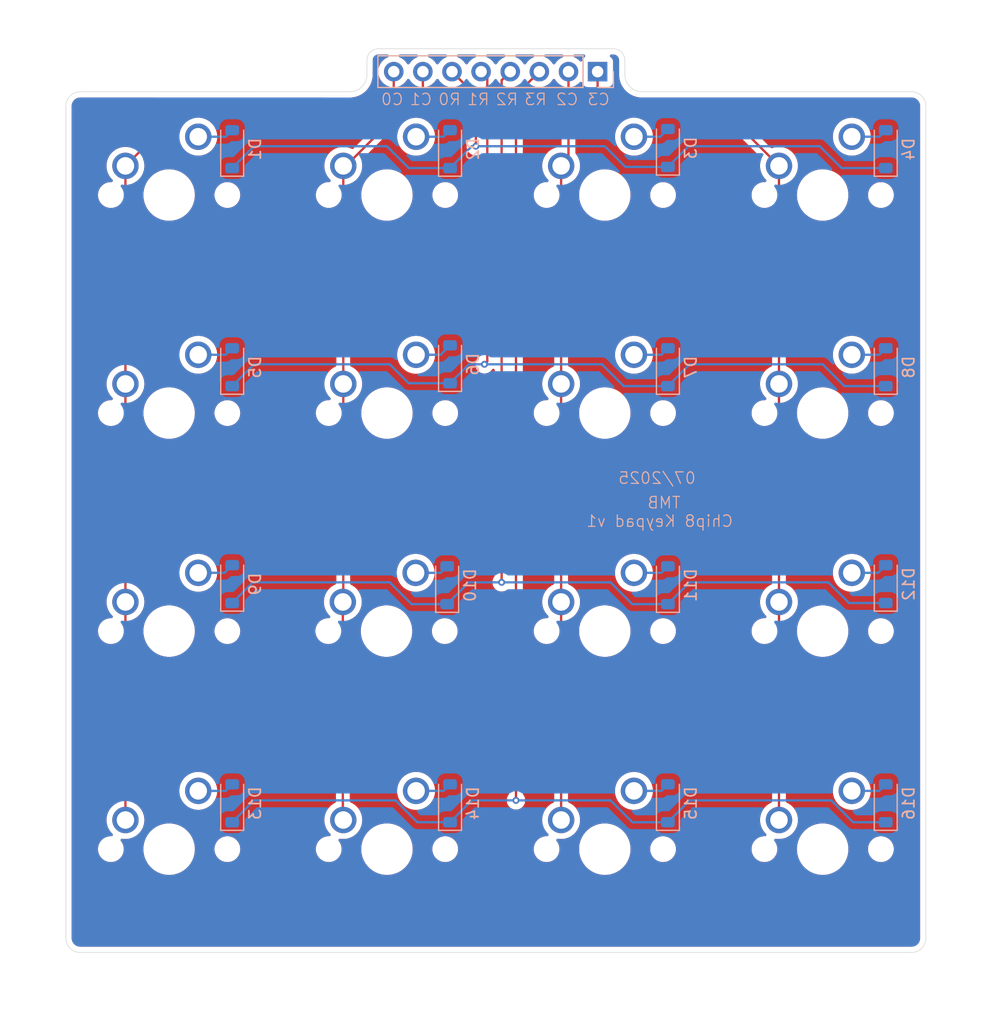
<source format=kicad_pcb>
(kicad_pcb (version 20241229) (generator "pcbnew") (generator_version "9.0")
  (layers (0 "F.Cu" signal) (2 "B.Cu" signal) (13 "F.Paste" user) (15 "B.Paste" user) (5 "F.SilkS" user "F.Silkscreen") (7 "B.SilkS" user "B.Silkscreen") (1 "F.Mask" user) (3 "B.Mask" user) (25 "Edge.Cuts" user))
  (net 0 "")
  (net 1 "Net-(D1-A)")
  (net 2 "Net-(D2-A)")
  (net 3 "Net-(D3-A)")
  (net 4 "Net-(D4-A)")
  (net 5 "Net-(D5-A)")
  (net 6 "Net-(D6-A)")
  (net 7 "Net-(D7-A)")
  (net 8 "Net-(D8-A)")
  (net 9 "Net-(D9-A)")
  (net 10 "ROW0")
  (net 11 "Net-(D10-A)")
  (net 12 "Net-(D11-A)")
  (net 13 "Net-(D12-A)")
  (net 14 "Net-(D13-A)")
  (net 15 "Net-(D14-A)")
  (net 16 "Net-(D15-A)")
  (net 17 "Net-(D16-A)")
  (net 18 "ROW1")
  (net 19 "ROW2")
  (net 20 "ROW3")
  (net 21 "COL2")
  (net 22 "COL3")
  (net 23 "COL1")
  (net 24 "COL0")
  (footprint "PCM_marbastlib-mx:SW_MX_1u" (layer "F.Cu") (at 116.75 70.75)
    (property "Reference" "MX7" (hide yes))
    (property "Value" "MX_SW_solder")
    (pad "" np_thru_hole circle (at -5.08 0) (size 1.75 1.75) (drill 1.75) (layers "*.Cu" "*.Mask"))
    (pad "" np_thru_hole circle (at 0 0) (size 3.9878 3.9878) (drill 3.9878) (layers "*.Cu" "*.Mask"))
    (pad "" np_thru_hole circle (at 5.08 0) (size 1.75 1.75) (drill 1.75) (layers "*.Cu" "*.Mask"))
    (pad "1" thru_hole circle (at -3.81 -2.54) (size 2.3 2.3) (drill 1.524) (layers "*.Cu" "B.Mask") (net 21 "COL2"))
    (pad "2" thru_hole circle (at 2.54 -5.08) (size 2.3 2.3) (drill 1.524) (layers "*.Cu" "B.Mask") (net 7 "Net-(D7-A)"))
  )
  (footprint "PCM_marbastlib-mx:SW_MX_1u" (layer "F.Cu") (at 135.75 108.75)
    (property "Reference" "MX16" (hide yes))
    (property "Value" "MX_SW_solder")
    (pad "" np_thru_hole circle (at -5.08 0) (size 1.75 1.75) (drill 1.75) (layers "*.Cu" "*.Mask"))
    (pad "" np_thru_hole circle (at 0 0) (size 3.9878 3.9878) (drill 3.9878) (layers "*.Cu" "*.Mask"))
    (pad "" np_thru_hole circle (at 5.08 0) (size 1.75 1.75) (drill 1.75) (layers "*.Cu" "*.Mask"))
    (pad "1" thru_hole circle (at -3.81 -2.54) (size 2.3 2.3) (drill 1.524) (layers "*.Cu" "B.Mask") (net 22 "COL3"))
    (pad "2" thru_hole circle (at 2.54 -5.08) (size 2.3 2.3) (drill 1.524) (layers "*.Cu" "B.Mask") (net 17 "Net-(D16-A)"))
  )
  (footprint "PCM_marbastlib-mx:SW_MX_1u" (layer "F.Cu") (at 78.75 108.75)
    (property "Reference" "MX13" (hide yes))
    (property "Value" "MX_SW_solder")
    (pad "" np_thru_hole circle (at -5.08 0) (size 1.75 1.75) (drill 1.75) (layers "*.Cu" "*.Mask"))
    (pad "" np_thru_hole circle (at 0 0) (size 3.9878 3.9878) (drill 3.9878) (layers "*.Cu" "*.Mask"))
    (pad "" np_thru_hole circle (at 5.08 0) (size 1.75 1.75) (drill 1.75) (layers "*.Cu" "*.Mask"))
    (pad "1" thru_hole circle (at -3.81 -2.54) (size 2.3 2.3) (drill 1.524) (layers "*.Cu" "B.Mask") (net 24 "COL0"))
    (pad "2" thru_hole circle (at 2.54 -5.08) (size 2.3 2.3) (drill 1.524) (layers "*.Cu" "B.Mask") (net 14 "Net-(D13-A)"))
  )
  (footprint "PCM_marbastlib-mx:SW_MX_1u" (layer "F.Cu") (at 116.75 89.75)
    (property "Reference" "MX11" (hide yes))
    (property "Value" "MX_SW_solder")
    (pad "" np_thru_hole circle (at -5.08 0) (size 1.75 1.75) (drill 1.75) (layers "*.Cu" "*.Mask"))
    (pad "" np_thru_hole circle (at 0 0) (size 3.9878 3.9878) (drill 3.9878) (layers "*.Cu" "*.Mask"))
    (pad "" np_thru_hole circle (at 5.08 0) (size 1.75 1.75) (drill 1.75) (layers "*.Cu" "*.Mask"))
    (pad "1" thru_hole circle (at -3.81 -2.54) (size 2.3 2.3) (drill 1.524) (layers "*.Cu" "B.Mask") (net 21 "COL2"))
    (pad "2" thru_hole circle (at 2.54 -5.08) (size 2.3 2.3) (drill 1.524) (layers "*.Cu" "B.Mask") (net 12 "Net-(D11-A)"))
  )
  (footprint "PCM_marbastlib-mx:SW_MX_1u" (layer "F.Cu") (at 116.75 108.75)
    (property "Reference" "MX15" (hide yes))
    (property "Value" "MX_SW_solder")
    (pad "" np_thru_hole circle (at -5.08 0) (size 1.75 1.75) (drill 1.75) (layers "*.Cu" "*.Mask"))
    (pad "" np_thru_hole circle (at 0 0) (size 3.9878 3.9878) (drill 3.9878) (layers "*.Cu" "*.Mask"))
    (pad "" np_thru_hole circle (at 5.08 0) (size 1.75 1.75) (drill 1.75) (layers "*.Cu" "*.Mask"))
    (pad "1" thru_hole circle (at -3.81 -2.54) (size 2.3 2.3) (drill 1.524) (layers "*.Cu" "B.Mask") (net 21 "COL2"))
    (pad "2" thru_hole circle (at 2.54 -5.08) (size 2.3 2.3) (drill 1.524) (layers "*.Cu" "B.Mask") (net 16 "Net-(D15-A)"))
  )
  (footprint "PCM_marbastlib-mx:SW_MX_1u" (layer "F.Cu") (at 78.75 51.75)
    (property "Reference" "MX1" (hide yes))
    (property "Value" "MX_SW_solder")
    (pad "" np_thru_hole circle (at -5.08 0) (size 1.75 1.75) (drill 1.75) (layers "*.Cu" "*.Mask"))
    (pad "" np_thru_hole circle (at 0 0) (size 3.9878 3.9878) (drill 3.9878) (layers "*.Cu" "*.Mask"))
    (pad "" np_thru_hole circle (at 5.08 0) (size 1.75 1.75) (drill 1.75) (layers "*.Cu" "*.Mask"))
    (pad "1" thru_hole circle (at -3.81 -2.54) (size 2.3 2.3) (drill 1.524) (layers "*.Cu" "B.Mask") (net 24 "COL0"))
    (pad "2" thru_hole circle (at 2.54 -5.08) (size 2.3 2.3) (drill 1.524) (layers "*.Cu" "B.Mask") (net 1 "Net-(D1-A)"))
  )
  (footprint "PCM_marbastlib-mx:SW_MX_1u" (layer "F.Cu") (at 135.75 89.75)
    (property "Reference" "MX12" (hide yes))
    (property "Value" "MX_SW_solder")
    (pad "" np_thru_hole circle (at -5.08 0) (size 1.75 1.75) (drill 1.75) (layers "*.Cu" "*.Mask"))
    (pad "" np_thru_hole circle (at 0 0) (size 3.9878 3.9878) (drill 3.9878) (layers "*.Cu" "*.Mask"))
    (pad "" np_thru_hole circle (at 5.08 0) (size 1.75 1.75) (drill 1.75) (layers "*.Cu" "*.Mask"))
    (pad "1" thru_hole circle (at -3.81 -2.54) (size 2.3 2.3) (drill 1.524) (layers "*.Cu" "B.Mask") (net 22 "COL3"))
    (pad "2" thru_hole circle (at 2.54 -5.08) (size 2.3 2.3) (drill 1.524) (layers "*.Cu" "B.Mask") (net 13 "Net-(D12-A)"))
  )
  (footprint "PCM_marbastlib-mx:SW_MX_1u" (layer "F.Cu") (at 78.75 70.75)
    (property "Reference" "MX5" (hide yes))
    (property "Value" "MX_SW_solder")
    (pad "" np_thru_hole circle (at -5.08 0) (size 1.75 1.75) (drill 1.75) (layers "*.Cu" "*.Mask"))
    (pad "" np_thru_hole circle (at 0 0) (size 3.9878 3.9878) (drill 3.9878) (layers "*.Cu" "*.Mask"))
    (pad "" np_thru_hole circle (at 5.08 0) (size 1.75 1.75) (drill 1.75) (layers "*.Cu" "*.Mask"))
    (pad "1" thru_hole circle (at -3.81 -2.54) (size 2.3 2.3) (drill 1.524) (layers "*.Cu" "B.Mask") (net 24 "COL0"))
    (pad "2" thru_hole circle (at 2.54 -5.08) (size 2.3 2.3) (drill 1.524) (layers "*.Cu" "B.Mask") (net 5 "Net-(D5-A)"))
  )
  (footprint "PCM_marbastlib-mx:SW_MX_1u" (layer "F.Cu") (at 97.75 108.75)
    (property "Reference" "MX14" (hide yes))
    (property "Value" "MX_SW_solder")
    (pad "" np_thru_hole circle (at -5.08 0) (size 1.75 1.75) (drill 1.75) (layers "*.Cu" "*.Mask"))
    (pad "" np_thru_hole circle (at 0 0) (size 3.9878 3.9878) (drill 3.9878) (layers "*.Cu" "*.Mask"))
    (pad "" np_thru_hole circle (at 5.08 0) (size 1.75 1.75) (drill 1.75) (layers "*.Cu" "*.Mask"))
    (pad "1" thru_hole circle (at -3.81 -2.54) (size 2.3 2.3) (drill 1.524) (layers "*.Cu" "B.Mask") (net 23 "COL1"))
    (pad "2" thru_hole circle (at 2.54 -5.08) (size 2.3 2.3) (drill 1.524) (layers "*.Cu" "B.Mask") (net 15 "Net-(D14-A)"))
  )
  (footprint "PCM_marbastlib-mx:SW_MX_1u" (layer "F.Cu") (at 97.75 51.75)
    (property "Reference" "MX2" (hide yes))
    (property "Value" "MX_SW_solder")
    (pad "" np_thru_hole circle (at -5.08 0) (size 1.75 1.75) (drill 1.75) (layers "*.Cu" "*.Mask"))
    (pad "" np_thru_hole circle (at 0 0) (size 3.9878 3.9878) (drill 3.9878) (layers "*.Cu" "*.Mask"))
    (pad "" np_thru_hole circle (at 5.08 0) (size 1.75 1.75) (drill 1.75) (layers "*.Cu" "*.Mask"))
    (pad "1" thru_hole circle (at -3.81 -2.54) (size 2.3 2.3) (drill 1.524) (layers "*.Cu" "B.Mask") (net 23 "COL1"))
    (pad "2" thru_hole circle (at 2.54 -5.08) (size 2.3 2.3) (drill 1.524) (layers "*.Cu" "B.Mask") (net 2 "Net-(D2-A)"))
  )
  (footprint "PCM_marbastlib-mx:SW_MX_1u" (layer "F.Cu") (at 135.75 70.75)
    (property "Reference" "MX8" (hide yes))
    (property "Value" "MX_SW_solder")
    (pad "" np_thru_hole circle (at -5.08 0) (size 1.75 1.75) (drill 1.75) (layers "*.Cu" "*.Mask"))
    (pad "" np_thru_hole circle (at 0 0) (size 3.9878 3.9878) (drill 3.9878) (layers "*.Cu" "*.Mask"))
    (pad "" np_thru_hole circle (at 5.08 0) (size 1.75 1.75) (drill 1.75) (layers "*.Cu" "*.Mask"))
    (pad "1" thru_hole circle (at -3.81 -2.54) (size 2.3 2.3) (drill 1.524) (layers "*.Cu" "B.Mask") (net 22 "COL3"))
    (pad "2" thru_hole circle (at 2.54 -5.08) (size 2.3 2.3) (drill 1.524) (layers "*.Cu" "B.Mask") (net 8 "Net-(D8-A)"))
  )
  (footprint "PCM_marbastlib-mx:SW_MX_1u" (layer "F.Cu") (at 97.75 70.75)
    (property "Reference" "MX6" (hide yes))
    (property "Value" "MX_SW_solder")
    (pad "" np_thru_hole circle (at -5.08 0) (size 1.75 1.75) (drill 1.75) (layers "*.Cu" "*.Mask"))
    (pad "" np_thru_hole circle (at 0 0) (size 3.9878 3.9878) (drill 3.9878) (layers "*.Cu" "*.Mask"))
    (pad "" np_thru_hole circle (at 5.08 0) (size 1.75 1.75) (drill 1.75) (layers "*.Cu" "*.Mask"))
    (pad "1" thru_hole circle (at -3.81 -2.54) (size 2.3 2.3) (drill 1.524) (layers "*.Cu" "B.Mask") (net 23 "COL1"))
    (pad "2" thru_hole circle (at 2.54 -5.08) (size 2.3 2.3) (drill 1.524) (layers "*.Cu" "B.Mask") (net 6 "Net-(D6-A)"))
  )
  (footprint "PCM_marbastlib-mx:SW_MX_1u" (layer "F.Cu") (at 78.75 89.75)
    (property "Reference" "MX9" (hide yes))
    (property "Value" "MX_SW_solder")
    (pad "" np_thru_hole circle (at -5.08 0) (size 1.75 1.75) (drill 1.75) (layers "*.Cu" "*.Mask"))
    (pad "" np_thru_hole circle (at 0 0) (size 3.9878 3.9878) (drill 3.9878) (layers "*.Cu" "*.Mask"))
    (pad "" np_thru_hole circle (at 5.08 0) (size 1.75 1.75) (drill 1.75) (layers "*.Cu" "*.Mask"))
    (pad "1" thru_hole circle (at -3.81 -2.54) (size 2.3 2.3) (drill 1.524) (layers "*.Cu" "B.Mask") (net 24 "COL0"))
    (pad "2" thru_hole circle (at 2.54 -5.08) (size 2.3 2.3) (drill 1.524) (layers "*.Cu" "B.Mask") (net 9 "Net-(D9-A)"))
  )
  (footprint "PCM_marbastlib-mx:SW_MX_1u" (layer "F.Cu") (at 97.71 89.75)
    (property "Reference" "MX10" (hide yes))
    (property "Value" "MX_SW_solder")
    (pad "" np_thru_hole circle (at -5.08 0) (size 1.75 1.75) (drill 1.75) (layers "*.Cu" "*.Mask"))
    (pad "" np_thru_hole circle (at 0 0) (size 3.9878 3.9878) (drill 3.9878) (layers "*.Cu" "*.Mask"))
    (pad "" np_thru_hole circle (at 5.08 0) (size 1.75 1.75) (drill 1.75) (layers "*.Cu" "*.Mask"))
    (pad "1" thru_hole circle (at -3.81 -2.54) (size 2.3 2.3) (drill 1.524) (layers "*.Cu" "B.Mask") (net 23 "COL1"))
    (pad "2" thru_hole circle (at 2.54 -5.08) (size 2.3 2.3) (drill 1.524) (layers "*.Cu" "B.Mask") (net 11 "Net-(D10-A)"))
  )
  (footprint "PCM_marbastlib-mx:SW_MX_1u" (layer "F.Cu") (at 135.75 51.75)
    (property "Reference" "MX4" (hide yes))
    (property "Value" "MX_SW_solder")
    (pad "" np_thru_hole circle (at -5.08 0) (size 1.75 1.75) (drill 1.75) (layers "*.Cu" "*.Mask"))
    (pad "" np_thru_hole circle (at 0 0) (size 3.9878 3.9878) (drill 3.9878) (layers "*.Cu" "*.Mask"))
    (pad "" np_thru_hole circle (at 5.08 0) (size 1.75 1.75) (drill 1.75) (layers "*.Cu" "*.Mask"))
    (pad "1" thru_hole circle (at -3.81 -2.54) (size 2.3 2.3) (drill 1.524) (layers "*.Cu" "B.Mask") (net 22 "COL3"))
    (pad "2" thru_hole circle (at 2.54 -5.08) (size 2.3 2.3) (drill 1.524) (layers "*.Cu" "B.Mask") (net 4 "Net-(D4-A)"))
  )
  (footprint "PCM_marbastlib-mx:SW_MX_1u" (layer "F.Cu") (at 116.75 51.75)
    (property "Reference" "MX3" (hide yes))
    (property "Value" "MX_SW_solder")
    (pad "" np_thru_hole circle (at -5.08 0) (size 1.75 1.75) (drill 1.75) (layers "*.Cu" "*.Mask"))
    (pad "" np_thru_hole circle (at 0 0) (size 3.9878 3.9878) (drill 3.9878) (layers "*.Cu" "*.Mask"))
    (pad "" np_thru_hole circle (at 5.08 0) (size 1.75 1.75) (drill 1.75) (layers "*.Cu" "*.Mask"))
    (pad "1" thru_hole circle (at -3.81 -2.54) (size 2.3 2.3) (drill 1.524) (layers "*.Cu" "B.Mask") (net 21 "COL2"))
    (pad "2" thru_hole circle (at 2.54 -5.08) (size 2.3 2.3) (drill 1.524) (layers "*.Cu" "B.Mask") (net 3 "Net-(D3-A)"))
  )
  (footprint "Diode_SMD:D_SOD-123" (layer "B.Cu") (at 103 85.75 90)
    (property "Reference" "D10" (at 0 2 90) (layer "B.SilkS") (effects (justify mirror)))
    (property "Value" "D")
    (fp_line (start -2.36 -1) (end 1.65 -1) (stroke (width 0.12)) (layer "B.SilkS"))
    (fp_line (start -2.36 1) (end -2.36 -1) (stroke (width 0.12)) (layer "B.SilkS"))
    (fp_line (start -2.36 1) (end 1.65 1) (stroke (width 0.12)) (layer "B.SilkS"))
    (pad "1" smd roundrect (at -1.65 0 90) (size 0.9 1.2) (layers "B.Cu" "B.Mask" "B.Paste") (net 19 "ROW2"))
    (pad "2" smd roundrect (at 1.65 0 90) (size 0.9 1.2) (layers "B.Cu" "B.Mask" "B.Paste") (net 11 "Net-(D10-A)"))
  )
  (footprint "Diode_SMD:D_SOD-123" (layer "B.Cu") (at 122.25 104.75 90)
    (property "Reference" "D15" (at 0 2 90) (layer "B.SilkS") (effects (justify mirror)))
    (property "Value" "D")
    (fp_line (start -2.36 -1) (end 1.65 -1) (stroke (width 0.12)) (layer "B.SilkS"))
    (fp_line (start -2.36 1) (end -2.36 -1) (stroke (width 0.12)) (layer "B.SilkS"))
    (fp_line (start -2.36 1) (end 1.65 1) (stroke (width 0.12)) (layer "B.SilkS"))
    (pad "1" smd roundrect (at -1.65 0 90) (size 0.9 1.2) (layers "B.Cu" "B.Mask" "B.Paste") (net 20 "ROW3"))
    (pad "2" smd roundrect (at 1.65 0 90) (size 0.9 1.2) (layers "B.Cu" "B.Mask" "B.Paste") (net 16 "Net-(D15-A)"))
  )
  (footprint "Diode_SMD:D_SOD-123" (layer "B.Cu") (at 103.25 47.75 90)
    (property "Reference" "D2" (at 0 2 90) (layer "B.SilkS") (effects (justify mirror)))
    (property "Value" "D")
    (fp_line (start -2.36 -1) (end 1.65 -1) (stroke (width 0.12)) (layer "B.SilkS"))
    (fp_line (start -2.36 1) (end -2.36 -1) (stroke (width 0.12)) (layer "B.SilkS"))
    (fp_line (start -2.36 1) (end 1.65 1) (stroke (width 0.12)) (layer "B.SilkS"))
    (pad "1" smd roundrect (at -1.65 0 90) (size 0.9 1.2) (layers "B.Cu" "B.Mask" "B.Paste") (net 10 "ROW0"))
    (pad "2" smd roundrect (at 1.65 0 90) (size 0.9 1.2) (layers "B.Cu" "B.Mask" "B.Paste") (net 2 "Net-(D2-A)"))
  )
  (footprint "Diode_SMD:D_SOD-123" (layer "B.Cu") (at 84.25 66.75 90)
    (property "Reference" "D5" (at 0 2 90) (layer "B.SilkS") (effects (justify mirror)))
    (property "Value" "D")
    (fp_line (start -2.36 -1) (end 1.65 -1) (stroke (width 0.12)) (layer "B.SilkS"))
    (fp_line (start -2.36 1) (end -2.36 -1) (stroke (width 0.12)) (layer "B.SilkS"))
    (fp_line (start -2.36 1) (end 1.65 1) (stroke (width 0.12)) (layer "B.SilkS"))
    (pad "1" smd roundrect (at -1.65 0 90) (size 0.9 1.2) (layers "B.Cu" "B.Mask" "B.Paste") (net 18 "ROW1"))
    (pad "2" smd roundrect (at 1.65 0 90) (size 0.9 1.2) (layers "B.Cu" "B.Mask" "B.Paste") (net 5 "Net-(D5-A)"))
  )
  (footprint "Diode_SMD:D_SOD-123" (layer "B.Cu") (at 122.25 85.75 90)
    (property "Reference" "D11" (at 0 2 90) (layer "B.SilkS") (effects (justify mirror)))
    (property "Value" "D")
    (fp_line (start -2.36 -1) (end 1.65 -1) (stroke (width 0.12)) (layer "B.SilkS"))
    (fp_line (start -2.36 1) (end -2.36 -1) (stroke (width 0.12)) (layer "B.SilkS"))
    (fp_line (start -2.36 1) (end 1.65 1) (stroke (width 0.12)) (layer "B.SilkS"))
    (pad "1" smd roundrect (at -1.65 0 90) (size 0.9 1.2) (layers "B.Cu" "B.Mask" "B.Paste") (net 19 "ROW2"))
    (pad "2" smd roundrect (at 1.65 0 90) (size 0.9 1.2) (layers "B.Cu" "B.Mask" "B.Paste") (net 12 "Net-(D11-A)"))
  )
  (footprint "Connector_PinHeader_2.54mm:PinHeader_1x08_P2.54mm_Vertical" (layer "B.Cu") (at 116.12 41 90)
    (property "Reference" "1" (hide yes))
    (property "Value" "Conn_01x08_Pin")
    (fp_line (start -1.38 -19.16) (end 1.38 -19.16) (stroke (width 0.12)) (layer "B.SilkS"))
    (fp_line (start 1.38 -1.27) (end 1.38 -19.16) (stroke (width 0.12)) (layer "B.SilkS"))
    (fp_line (start -1.38 -1.27) (end -1.38 -19.16) (stroke (width 0.12)) (layer "B.SilkS"))
    (fp_line (start -1.38 -1.27) (end 1.38 -1.27) (stroke (width 0.12)) (layer "B.SilkS"))
    (fp_line (start -1.38 0) (end -1.38 1.38) (stroke (width 0.12)) (layer "B.SilkS"))
    (fp_line (start -1.38 1.38) (end 0 1.38) (stroke (width 0.12)) (layer "B.SilkS"))
    (pad "1" thru_hole rect (at 0 0 90) (size 1.7 1.7) (drill 1) (layers "*.Cu" "*.Mask") (net 22 "COL3"))
    (pad "2" thru_hole circle (at 0 -2.54 90) (size 1.7 1.7) (drill 1) (layers "*.Cu" "*.Mask") (net 21 "COL2"))
    (pad "3" thru_hole circle (at 0 -5.08 90) (size 1.7 1.7) (drill 1) (layers "*.Cu" "*.Mask") (net 20 "ROW3"))
    (pad "4" thru_hole circle (at 0 -7.62 90) (size 1.7 1.7) (drill 1) (layers "*.Cu" "*.Mask") (net 19 "ROW2"))
    (pad "5" thru_hole circle (at 0 -10.16 90) (size 1.7 1.7) (drill 1) (layers "*.Cu" "*.Mask") (net 18 "ROW1"))
    (pad "6" thru_hole circle (at 0 -12.7 90) (size 1.7 1.7) (drill 1) (layers "*.Cu" "*.Mask") (net 10 "ROW0"))
    (pad "7" thru_hole circle (at 0 -15.24 90) (size 1.7 1.7) (drill 1) (layers "*.Cu" "*.Mask") (net 23 "COL1"))
    (pad "8" thru_hole circle (at 0 -17.78 90) (size 1.7 1.7) (drill 1) (layers "*.Cu" "*.Mask") (net 24 "COL0"))
  )
  (footprint "Diode_SMD:D_SOD-123" (layer "B.Cu") (at 141.25 47.75 90)
    (property "Reference" "D4" (at 0 2 90) (layer "B.SilkS") (effects (justify mirror)))
    (property "Value" "D")
    (fp_line (start -2.36 -1) (end 1.65 -1) (stroke (width 0.12)) (layer "B.SilkS"))
    (fp_line (start -2.36 1) (end -2.36 -1) (stroke (width 0.12)) (layer "B.SilkS"))
    (fp_line (start -2.36 1) (end 1.65 1) (stroke (width 0.12)) (layer "B.SilkS"))
    (pad "1" smd roundrect (at -1.65 0 90) (size 0.9 1.2) (layers "B.Cu" "B.Mask" "B.Paste") (net 10 "ROW0"))
    (pad "2" smd roundrect (at 1.65 0 90) (size 0.9 1.2) (layers "B.Cu" "B.Mask" "B.Paste") (net 4 "Net-(D4-A)"))
  )
  (footprint "Diode_SMD:D_SOD-123" (layer "B.Cu") (at 84.25 85.65 90)
    (property "Reference" "D9" (at 0 2 90) (layer "B.SilkS") (effects (justify mirror)))
    (property "Value" "D")
    (fp_line (start -2.36 -1) (end 1.65 -1) (stroke (width 0.12)) (layer "B.SilkS"))
    (fp_line (start -2.36 1) (end -2.36 -1) (stroke (width 0.12)) (layer "B.SilkS"))
    (fp_line (start -2.36 1) (end 1.65 1) (stroke (width 0.12)) (layer "B.SilkS"))
    (pad "1" smd roundrect (at -1.65 0 90) (size 0.9 1.2) (layers "B.Cu" "B.Mask" "B.Paste") (net 19 "ROW2"))
    (pad "2" smd roundrect (at 1.65 0 90) (size 0.9 1.2) (layers "B.Cu" "B.Mask" "B.Paste") (net 9 "Net-(D9-A)"))
  )
  (footprint "Diode_SMD:D_SOD-123" (layer "B.Cu") (at 122.25 66.75 90)
    (property "Reference" "D7" (at 0 2 90) (layer "B.SilkS") (effects (justify mirror)))
    (property "Value" "D")
    (fp_line (start -2.36 -1) (end 1.65 -1) (stroke (width 0.12)) (layer "B.SilkS"))
    (fp_line (start -2.36 1) (end -2.36 -1) (stroke (width 0.12)) (layer "B.SilkS"))
    (fp_line (start -2.36 1) (end 1.65 1) (stroke (width 0.12)) (layer "B.SilkS"))
    (pad "1" smd roundrect (at -1.65 0 90) (size 0.9 1.2) (layers "B.Cu" "B.Mask" "B.Paste") (net 18 "ROW1"))
    (pad "2" smd roundrect (at 1.65 0 90) (size 0.9 1.2) (layers "B.Cu" "B.Mask" "B.Paste") (net 7 "Net-(D7-A)"))
  )
  (footprint "Diode_SMD:D_SOD-123" (layer "B.Cu") (at 141.25 104.75 90)
    (property "Reference" "D16" (at 0 2 90) (layer "B.SilkS") (effects (justify mirror)))
    (property "Value" "D")
    (fp_line (start -2.36 -1) (end 1.65 -1) (stroke (width 0.12)) (layer "B.SilkS"))
    (fp_line (start -2.36 1) (end -2.36 -1) (stroke (width 0.12)) (layer "B.SilkS"))
    (fp_line (start -2.36 1) (end 1.65 1) (stroke (width 0.12)) (layer "B.SilkS"))
    (pad "1" smd roundrect (at -1.65 0 90) (size 0.9 1.2) (layers "B.Cu" "B.Mask" "B.Paste") (net 20 "ROW3"))
    (pad "2" smd roundrect (at 1.65 0 90) (size 0.9 1.2) (layers "B.Cu" "B.Mask" "B.Paste") (net 17 "Net-(D16-A)"))
  )
  (footprint "Diode_SMD:D_SOD-123" (layer "B.Cu") (at 103.25 104.75 90)
    (property "Reference" "D14" (at 0 2 90) (layer "B.SilkS") (effects (justify mirror)))
    (property "Value" "D")
    (fp_line (start -2.36 -1) (end 1.65 -1) (stroke (width 0.12)) (layer "B.SilkS"))
    (fp_line (start -2.36 1) (end -2.36 -1) (stroke (width 0.12)) (layer "B.SilkS"))
    (fp_line (start -2.36 1) (end 1.65 1) (stroke (width 0.12)) (layer "B.SilkS"))
    (pad "1" smd roundrect (at -1.65 0 90) (size 0.9 1.2) (layers "B.Cu" "B.Mask" "B.Paste") (net 20 "ROW3"))
    (pad "2" smd roundrect (at 1.65 0 90) (size 0.9 1.2) (layers "B.Cu" "B.Mask" "B.Paste") (net 15 "Net-(D14-A)"))
  )
  (footprint "Diode_SMD:D_SOD-123" (layer "B.Cu") (at 141.25 66.75 90)
    (property "Reference" "D8" (at 0 2 90) (layer "B.SilkS") (effects (justify mirror)))
    (property "Value" "D")
    (fp_line (start -2.36 -1) (end 1.65 -1) (stroke (width 0.12)) (layer "B.SilkS"))
    (fp_line (start -2.36 1) (end -2.36 -1) (stroke (width 0.12)) (layer "B.SilkS"))
    (fp_line (start -2.36 1) (end 1.65 1) (stroke (width 0.12)) (layer "B.SilkS"))
    (pad "1" smd roundrect (at -1.65 0 90) (size 0.9 1.2) (layers "B.Cu" "B.Mask" "B.Paste") (net 18 "ROW1"))
    (pad "2" smd roundrect (at 1.65 0 90) (size 0.9 1.2) (layers "B.Cu" "B.Mask" "B.Paste") (net 8 "Net-(D8-A)"))
  )
  (footprint "Diode_SMD:D_SOD-123" (layer "B.Cu") (at 122.25 47.65 90)
    (property "Reference" "D3" (at 0 2 90) (layer "B.SilkS") (effects (justify mirror)))
    (property "Value" "D")
    (fp_line (start -2.36 -1) (end 1.65 -1) (stroke (width 0.12)) (layer "B.SilkS"))
    (fp_line (start -2.36 1) (end -2.36 -1) (stroke (width 0.12)) (layer "B.SilkS"))
    (fp_line (start -2.36 1) (end 1.65 1) (stroke (width 0.12)) (layer "B.SilkS"))
    (pad "1" smd roundrect (at -1.65 0 90) (size 0.9 1.2) (layers "B.Cu" "B.Mask" "B.Paste") (net 10 "ROW0"))
    (pad "2" smd roundrect (at 1.65 0 90) (size 0.9 1.2) (layers "B.Cu" "B.Mask" "B.Paste") (net 3 "Net-(D3-A)"))
  )
  (footprint "Diode_SMD:D_SOD-123" (layer "B.Cu") (at 141.25 85.65 90)
    (property "Reference" "D12" (at 0 2 90) (layer "B.SilkS") (effects (justify mirror)))
    (property "Value" "D")
    (fp_line (start -2.36 -1) (end 1.65 -1) (stroke (width 0.12)) (layer "B.SilkS"))
    (fp_line (start -2.36 1) (end -2.36 -1) (stroke (width 0.12)) (layer "B.SilkS"))
    (fp_line (start -2.36 1) (end 1.65 1) (stroke (width 0.12)) (layer "B.SilkS"))
    (pad "1" smd roundrect (at -1.65 0 90) (size 0.9 1.2) (layers "B.Cu" "B.Mask" "B.Paste") (net 19 "ROW2"))
    (pad "2" smd roundrect (at 1.65 0 90) (size 0.9 1.2) (layers "B.Cu" "B.Mask" "B.Paste") (net 13 "Net-(D12-A)"))
  )
  (footprint "Diode_SMD:D_SOD-123" (layer "B.Cu") (at 103.25 66.5 90)
    (property "Reference" "D6" (at 0 2 90) (layer "B.SilkS") (effects (justify mirror)))
    (property "Value" "D")
    (fp_line (start -2.36 -1) (end 1.65 -1) (stroke (width 0.12)) (layer "B.SilkS"))
    (fp_line (start -2.36 1) (end -2.36 -1) (stroke (width 0.12)) (layer "B.SilkS"))
    (fp_line (start -2.36 1) (end 1.65 1) (stroke (width 0.12)) (layer "B.SilkS"))
    (pad "1" smd roundrect (at -1.65 0 90) (size 0.9 1.2) (layers "B.Cu" "B.Mask" "B.Paste") (net 18 "ROW1"))
    (pad "2" smd roundrect (at 1.65 0 90) (size 0.9 1.2) (layers "B.Cu" "B.Mask" "B.Paste") (net 6 "Net-(D6-A)"))
  )
  (footprint "Diode_SMD:D_SOD-123" (layer "B.Cu") (at 84.25 104.75 90)
    (property "Reference" "D13" (at 0 2 90) (layer "B.SilkS") (effects (justify mirror)))
    (property "Value" "D")
    (fp_line (start -2.36 -1) (end 1.65 -1) (stroke (width 0.12)) (layer "B.SilkS"))
    (fp_line (start -2.36 1) (end -2.36 -1) (stroke (width 0.12)) (layer "B.SilkS"))
    (fp_line (start -2.36 1) (end 1.65 1) (stroke (width 0.12)) (layer "B.SilkS"))
    (pad "1" smd roundrect (at -1.65 0 90) (size 0.9 1.2) (layers "B.Cu" "B.Mask" "B.Paste") (net 20 "ROW3"))
    (pad "2" smd roundrect (at 1.65 0 90) (size 0.9 1.2) (layers "B.Cu" "B.Mask" "B.Paste") (net 14 "Net-(D13-A)"))
  )
  (footprint "Diode_SMD:D_SOD-123" (layer "B.Cu") (at 84.25 47.75 90)
    (property "Reference" "D1" (at 0 2 90) (layer "B.SilkS") (effects (justify mirror)))
    (property "Value" "D")
    (fp_line (start -2.36 -1) (end 1.65 -1) (stroke (width 0.12)) (layer "B.SilkS"))
    (fp_line (start -2.36 1) (end -2.36 -1) (stroke (width 0.12)) (layer "B.SilkS"))
    (fp_line (start -2.36 1) (end 1.65 1) (stroke (width 0.12)) (layer "B.SilkS"))
    (pad "1" smd roundrect (at -1.65 0 90) (size 0.9 1.2) (layers "B.Cu" "B.Mask" "B.Paste") (net 10 "ROW0"))
    (pad "2" smd roundrect (at 1.65 0 90) (size 0.9 1.2) (layers "B.Cu" "B.Mask" "B.Paste") (net 1 "Net-(D1-A)"))
  )
  (gr_line (start 143.5 117.75) (end 71 117.75) (stroke (width 0.05)) (layer "Edge.Cuts"))
  (gr_line (start 119.8839 42.750002) (end 143.5 42.75) (stroke (width 0.05)) (layer "Edge.Cuts"))
  (gr_line (start 69.75 116.5) (end 69.75 44) (stroke (width 0.05)) (layer "Edge.Cuts"))
  (gr_arc (start 71 117.75) (mid 70.116117 117.383883) (end 69.75 116.5) (stroke (width 0.05)) (layer "Edge.Cuts"))
  (gr_line (start 97 39.004488) (end 117.5 39.004488) (stroke (width 0.05)) (layer "Edge.Cuts"))
  (gr_line (start 118.495512 40) (end 118.495512 41.25) (stroke (width 0.05)) (layer "Edge.Cuts"))
  (gr_arc (start 117.5 39.004488) (mid 118.203933 39.296067) (end 118.495512 40) (stroke (width 0.05)) (layer "Edge.Cuts"))
  (gr_line (start 71 42.75) (end 94.5 42.754488) (stroke (width 0.05)) (layer "Edge.Cuts"))
  (gr_line (start 144.75 44) (end 144.75 116.5) (stroke (width 0.05)) (layer "Edge.Cuts"))
  (gr_arc (start 143.5 42.75) (mid 144.383883 43.116117) (end 144.75 44) (stroke (width 0.05)) (layer "Edge.Cuts"))
  (gr_arc (start 69.75 44) (mid 70.116117 43.116117) (end 71 42.75) (stroke (width 0.05)) (layer "Edge.Cuts"))
  (gr_arc (start 96.000002 41.3661) (mid 95.521962 42.354119) (end 94.5 42.754488) (stroke (width 0.05)) (layer "Edge.Cuts"))
  (gr_line (start 96.000002 41.3661) (end 96.004488 40) (stroke (width 0.05)) (layer "Edge.Cuts"))
  (gr_arc (start 144.75 116.5) (mid 144.383883 117.383883) (end 143.5 117.75) (stroke (width 0.05)) (layer "Edge.Cuts"))
  (gr_arc (start 96.004488 40) (mid 96.296067 39.296067) (end 97 39.004488) (stroke (width 0.05)) (layer "Edge.Cuts"))
  (gr_arc (start 119.8839 42.750002) (mid 118.895881 42.271962) (end 118.495512 41.25) (stroke (width 0.05)) (layer "Edge.Cuts"))
  (gr_text "C2" (at 114.5 44 0) (layer "B.SilkS") (effects (font (size 1 1) (thickness 0.1)) (justify left bottom mirror)))
  (gr_text "C3" (at 117.25 44 0) (layer "B.SilkS") (effects (font (size 1 1) (thickness 0.1)) (justify left bottom mirror)))
  (gr_text "R0" (at 104.25 44 0) (layer "B.SilkS") (effects (font (size 1 1) (thickness 0.1)) (justify left bottom mirror)))
  (gr_text "C0" (at 99.25 44 0) (layer "B.SilkS") (effects (font (size 1 1) (thickness 0.1)) (justify left bottom mirror)))
  (gr_text "R3" (at 111.75 44 0) (layer "B.SilkS") (effects (font (size 1 1) (thickness 0.1)) (justify left bottom mirror)))
  (gr_text "C1" (at 101.75 44 0) (layer "B.SilkS") (effects (font (size 1 1) (thickness 0.1)) (justify left bottom mirror)))
  (gr_text "07/2025" (at 124.75 77 0) (layer "B.SilkS") (effects (font (size 1 1) (thickness 0.1)) (justify left bottom mirror)))
  (gr_text "R2" (at 109.25 44 0) (layer "B.SilkS") (effects (font (size 1 1) (thickness 0.1)) (justify left bottom mirror)))
  (gr_text "      TMB\nChip8 Keypad v1" (at 128 80.75 0) (layer "B.SilkS") (effects (font (size 1 1) (thickness 0.1)) (justify left bottom mirror)))
  (gr_text "R1" (at 106.75 44 0) (layer "B.SilkS") (effects (font (size 1 1) (thickness 0.1)) (justify left bottom mirror)))
  (segment (start 81.29 46.67) (end 83.68 46.67) (width 0.2) (layer "B.Cu") (net 1))
  (segment (start 83.68 46.67) (end 84.25 46.1) (width 0.2) (layer "B.Cu") (net 1))
  (segment (start 102.68 46.67) (end 103.25 46.1) (width 0.2) (layer "B.Cu") (net 2))
  (segment (start 100.29 46.67) (end 102.68 46.67) (width 0.2) (layer "B.Cu") (net 2))
  (segment (start 121.58 46.67) (end 122.25 46) (width 0.2) (layer "B.Cu") (net 3))
  (segment (start 119.29 46.67) (end 121.58 46.67) (width 0.2) (layer "B.Cu") (net 3))
  (segment (start 138.29 46.67) (end 140.68 46.67) (width 0.2) (layer "B.Cu") (net 4))
  (segment (start 140.68 46.67) (end 141.25 46.1) (width 0.2) (layer "B.Cu") (net 4))
  (segment (start 83.68 65.67) (end 84.25 65.1) (width 0.2) (layer "B.Cu") (net 5))
  (segment (start 81.29 65.67) (end 83.68 65.67) (width 0.2) (layer "B.Cu") (net 5))
  (segment (start 100.29 65.67) (end 102.43 65.67) (width 0.2) (layer "B.Cu") (net 6))
  (segment (start 102.43 65.67) (end 103.25 64.85) (width 0.2) (layer "B.Cu") (net 6))
  (segment (start 121.68 65.67) (end 122.25 65.1) (width 0.2) (layer "B.Cu") (net 7))
  (segment (start 119.29 65.67) (end 121.68 65.67) (width 0.2) (layer "B.Cu") (net 7))
  (segment (start 138.29 65.67) (end 140.68 65.67) (width 0.2) (layer "B.Cu") (net 8))
  (segment (start 140.68 65.67) (end 141.25 65.1) (width 0.2) (layer "B.Cu") (net 8))
  (segment (start 81.29 84.67) (end 83.58 84.67) (width 0.2) (layer "B.Cu") (net 9))
  (segment (start 83.58 84.67) (end 84.25 84) (width 0.2) (layer "B.Cu") (net 9))
  (segment (start 105.5 43.08) (end 105.5 47.5) (width 0.2) (layer "F.Cu") (net 10))
  (segment (start 103.42 41) (end 105.5 43.08) (width 0.2) (layer "F.Cu") (net 10))
  (via (at 105.5 47.5) (size 0.6) (drill 0.3) (layers "F.Cu" "B.Cu") (net 10))
  (segment (start 97.75 47.5) (end 99.65 49.4) (width 0.2) (layer "B.Cu") (net 10))
  (segment (start 99.65 49.4) (end 103.25 49.4) (width 0.2) (layer "B.Cu") (net 10))
  (segment (start 105.15 47.5) (end 105.5 47.5) (width 0.2) (layer "B.Cu") (net 10))
  (segment (start 84.25 49.4) (end 86.15 47.5) (width 0.2) (layer "B.Cu") (net 10))
  (segment (start 137.4 49.4) (end 141.25 49.4) (width 0.2) (layer "B.Cu") (net 10))
  (segment (start 135.5 47.5) (end 137.4 49.4) (width 0.2) (layer "B.Cu") (net 10))
  (segment (start 124.05 47.5) (end 135.5 47.5) (width 0.2) (layer "B.Cu") (net 10))
  (segment (start 86.15 47.5) (end 97.75 47.5) (width 0.2) (layer "B.Cu") (net 10))
  (segment (start 116.75 47.5) (end 118.55 49.3) (width 0.2) (layer "B.Cu") (net 10))
  (segment (start 105.5 47.5) (end 116.75 47.5) (width 0.2) (layer "B.Cu") (net 10))
  (segment (start 103.25 49.4) (end 105.15 47.5) (width 0.2) (layer "B.Cu") (net 10))
  (segment (start 118.55 49.3) (end 122.25 49.3) (width 0.2) (layer "B.Cu") (net 10))
  (segment (start 122.25 49.3) (end 124.05 47.5) (width 0.2) (layer "B.Cu") (net 10))
  (segment (start 100.25 84.67) (end 102.43 84.67) (width 0.2) (layer "B.Cu") (net 11))
  (segment (start 102.43 84.67) (end 103 84.1) (width 0.2) (layer "B.Cu") (net 11))
  (segment (start 119.29 84.67) (end 121.68 84.67) (width 0.2) (layer "B.Cu") (net 12))
  (segment (start 121.68 84.67) (end 122.25 84.1) (width 0.2) (layer "B.Cu") (net 12))
  (segment (start 138.29 84.67) (end 140.58 84.67) (width 0.2) (layer "B.Cu") (net 13))
  (segment (start 140.58 84.67) (end 141.25 84) (width 0.2) (layer "B.Cu") (net 13))
  (segment (start 83.68 103.67) (end 84.25 103.1) (width 0.2) (layer "B.Cu") (net 14))
  (segment (start 81.29 103.67) (end 83.68 103.67) (width 0.2) (layer "B.Cu") (net 14))
  (segment (start 102.68 103.67) (end 103.25 103.1) (width 0.2) (layer "B.Cu") (net 15))
  (segment (start 100.29 103.67) (end 102.68 103.67) (width 0.2) (layer "B.Cu") (net 15))
  (segment (start 119.29 103.67) (end 121.68 103.67) (width 0.2) (layer "B.Cu") (net 16))
  (segment (start 121.68 103.67) (end 122.25 103.1) (width 0.2) (layer "B.Cu") (net 16))
  (segment (start 140.68 103.67) (end 141.25 103.1) (width 0.2) (layer "B.Cu") (net 17))
  (segment (start 138.29 103.67) (end 140.68 103.67) (width 0.2) (layer "B.Cu") (net 17))
  (segment (start 106.5 66.25) (end 106.25 66.5) (width 0.2) (layer "F.Cu") (net 18))
  (segment (start 105.96 41) (end 106.5 41.54) (width 0.2) (layer "F.Cu") (net 18))
  (segment (start 106.5 41.54) (end 106.5 66.25) (width 0.2) (layer "F.Cu") (net 18))
  (via (at 106.25 66.5) (size 0.6) (drill 0.3) (layers "F.Cu" "B.Cu") (net 18))
  (segment (start 106.25 66.5) (end 116.5 66.5) (width 0.2) (layer "B.Cu") (net 18))
  (segment (start 84.25 68.4) (end 86.15 66.5) (width 0.2) (layer "B.Cu") (net 18))
  (segment (start 86.15 66.5) (end 98 66.5) (width 0.2) (layer "B.Cu") (net 18))
  (segment (start 137.65 68.4) (end 141.25 68.4) (width 0.2) (layer "B.Cu") (net 18))
  (segment (start 124.15 66.5) (end 135.75 66.5) (width 0.2) (layer "B.Cu") (net 18))
  (segment (start 99.65 68.15) (end 103.25 68.15) (width 0.2) (layer "B.Cu") (net 18))
  (segment (start 103.25 68.15) (end 104.9 66.5) (width 0.2) (layer "B.Cu") (net 18))
  (segment (start 122.25 68.4) (end 124.15 66.5) (width 0.2) (layer "B.Cu") (net 18))
  (segment (start 118.4 68.4) (end 122.25 68.4) (width 0.2) (layer "B.Cu") (net 18))
  (segment (start 104.9 66.5) (end 106.25 66.5) (width 0.2) (layer "B.Cu") (net 18))
  (segment (start 135.75 66.5) (end 137.65 68.4) (width 0.2) (layer "B.Cu") (net 18))
  (segment (start 98 66.5) (end 99.65 68.15) (width 0.2) (layer "B.Cu") (net 18))
  (segment (start 116.5 66.5) (end 118.4 68.4) (width 0.2) (layer "B.Cu") (net 18))
  (segment (start 108.5 41) (end 107.75 41.75) (width 0.2) (layer "F.Cu") (net 19))
  (segment (start 107.75 41.75) (end 107.75 85.5) (width 0.2) (layer "F.Cu") (net 19))
  (via (at 107.75 85.5) (size 0.6) (drill 0.3) (layers "F.Cu" "B.Cu") (net 19))
  (segment (start 84.25 87.3) (end 86.05 85.5) (width 0.2) (layer "B.Cu") (net 19))
  (segment (start 86.05 85.5) (end 98 85.5) (width 0.2) (layer "B.Cu") (net 19))
  (segment (start 99.9 87.4) (end 103 87.4) (width 0.2) (layer "B.Cu") (net 19))
  (segment (start 117.25 85.5) (end 119.15 87.4) (width 0.2) (layer "B.Cu") (net 19))
  (segment (start 107.75 85.5) (end 117.25 85.5) (width 0.2) (layer "B.Cu") (net 19))
  (segment (start 104.9 85.5) (end 107.75 85.5) (width 0.2) (layer "B.Cu") (net 19))
  (segment (start 122.25 87.4) (end 124.15 85.5) (width 0.2) (layer "B.Cu") (net 19))
  (segment (start 119.15 87.4) (end 122.25 87.4) (width 0.2) (layer "B.Cu") (net 19))
  (segment (start 136.25 85.5) (end 138.05 87.3) (width 0.2) (layer "B.Cu") (net 19))
  (segment (start 103 87.4) (end 104.9 85.5) (width 0.2) (layer "B.Cu") (net 19))
  (segment (start 138.05 87.3) (end 141.25 87.3) (width 0.2) (layer "B.Cu") (net 19))
  (segment (start 124.15 85.5) (end 136.25 85.5) (width 0.2) (layer "B.Cu") (net 19))
  (segment (start 98 85.5) (end 99.9 87.4) (width 0.2) (layer "B.Cu") (net 19))
  (segment (start 109 43.04) (end 109 104.5) (width 0.2) (layer "F.Cu") (net 20))
  (segment (start 111.04 41) (end 109 43.04) (width 0.2) (layer "F.Cu") (net 20))
  (via (at 109 104.5) (size 0.6) (drill 0.3) (layers "F.Cu" "B.Cu") (net 20))
  (segment (start 84.25 106.4) (end 86.15 104.5) (width 0.2) (layer "B.Cu") (net 20))
  (segment (start 117.25 104.5) (end 109 104.5) (width 0.2) (layer "B.Cu") (net 20))
  (segment (start 136.5 104.5) (end 138.4 106.4) (width 0.2) (layer "B.Cu") (net 20))
  (segment (start 109 104.5) (end 105.15 104.5) (width 0.2) (layer "B.Cu") (net 20))
  (segment (start 122.25 106.4) (end 119.15 106.4) (width 0.2) (layer "B.Cu") (net 20))
  (segment (start 124.15 104.5) (end 136.5 104.5) (width 0.2) (layer "B.Cu") (net 20))
  (segment (start 100.4 106.4) (end 103.25 106.4) (width 0.2) (layer "B.Cu") (net 20))
  (segment (start 122.25 106.4) (end 124.15 104.5) (width 0.2) (layer "B.Cu") (net 20))
  (segment (start 105.15 104.5) (end 103.25 106.4) (width 0.2) (layer "B.Cu") (net 20))
  (segment (start 138.4 106.4) (end 141.25 106.4) (width 0.2) (layer "B.Cu") (net 20))
  (segment (start 86.15 104.5) (end 98.5 104.5) (width 0.2) (layer "B.Cu") (net 20))
  (segment (start 119.15 106.4) (end 117.25 104.5) (width 0.2) (layer "B.Cu") (net 20))
  (segment (start 98.5 104.5) (end 100.4 106.4) (width 0.2) (layer "B.Cu") (net 20))
  (segment (start 112.94 87.21) (end 112.94 68.21) (width 0.2) (layer "F.Cu") (net 21))
  (segment (start 112.94 106.21) (end 112.94 87.21) (width 0.2) (layer "F.Cu") (net 21))
  (segment (start 112.94 68.21) (end 112.94 49.21) (width 0.2) (layer "F.Cu") (net 21))
  (segment (start 112.94 49.21) (end 113.58 48.57) (width 0.2) (layer "F.Cu") (net 21))
  (segment (start 113.58 48.57) (end 113.58 41) (width 0.2) (layer "F.Cu") (net 21))
  (segment (start 131.94 106.21) (end 131.94 87.21) (width 0.2) (layer "F.Cu") (net 22))
  (segment (start 117.25 44.25) (end 116.12 43.12) (width 0.2) (layer "F.Cu") (net 22))
  (segment (start 116.12 43.12) (end 116.12 41) (width 0.2) (layer "F.Cu") (net 22))
  (segment (start 131.94 49.21) (end 131.94 68.21) (width 0.2) (layer "F.Cu") (net 22))
  (segment (start 126.98 44.25) (end 117.25 44.25) (width 0.2) (layer "F.Cu") (net 22))
  (segment (start 131.94 49.21) (end 126.98 44.25) (width 0.2) (layer "F.Cu") (net 22))
  (segment (start 131.94 68.21) (end 131.94 87.21) (width 0.2) (layer "F.Cu") (net 22))
  (segment (start 93.94 68.21) (end 93.94 87.17) (width 0.2) (layer "F.Cu") (net 23))
  (segment (start 100.88 42.5) (end 100.88 41) (width 0.2) (layer "F.Cu") (net 23))
  (segment (start 94.17 49.21) (end 100.88 42.5) (width 0.2) (layer "F.Cu") (net 23))
  (segment (start 93.94 87.17) (end 93.9 87.21) (width 0.2) (layer "F.Cu") (net 23))
  (segment (start 93.9 87.21) (end 93.9 106.17) (width 0.2) (layer "F.Cu") (net 23))
  (segment (start 93.94 49.21) (end 93.94 68.21) (width 0.2) (layer "F.Cu") (net 23))
  (segment (start 93.94 49.21) (end 94.17 49.21) (width 0.2) (layer "F.Cu") (net 23))
  (segment (start 93.9 106.17) (end 93.94 106.21) (width 0.2) (layer "F.Cu") (net 23))
  (segment (start 96.521753 44.25) (end 98.34 42.431753) (width 0.2) (layer "F.Cu") (net 24))
  (segment (start 74.94 87.21) (end 74.94 68.21) (width 0.2) (layer "F.Cu") (net 24))
  (segment (start 74.94 106.21) (end 74.94 87.21) (width 0.2) (layer "F.Cu") (net 24))
  (segment (start 79.9 44.25) (end 96.521753 44.25) (width 0.2) (layer "F.Cu") (net 24))
  (segment (start 98.34 42.431753) (end 98.34 41) (width 0.2) (layer "F.Cu") (net 24))
  (segment (start 74.94 49.21) (end 79.9 44.25) (width 0.2) (layer "F.Cu") (net 24))
  (segment (start 74.94 68.21) (end 74.94 49.21) (width 0.2) (layer "F.Cu") (net 24))
  (zone (net 0) (net_name "") (layers "F.Cu" "B.Cu") (connect_pads (clearance 0.5)) (min_thickness 0.25) (fill yes (thermal_gap 0.5) (thermal_bridge_width 0.5) (island_removal_mode 1) (island_area_min 10))
    (polygon (pts (xy 151.5 36.75) (xy 64 36.25) (xy 64.5 124) (xy 151.5 122.5)))
  )
)
</source>
